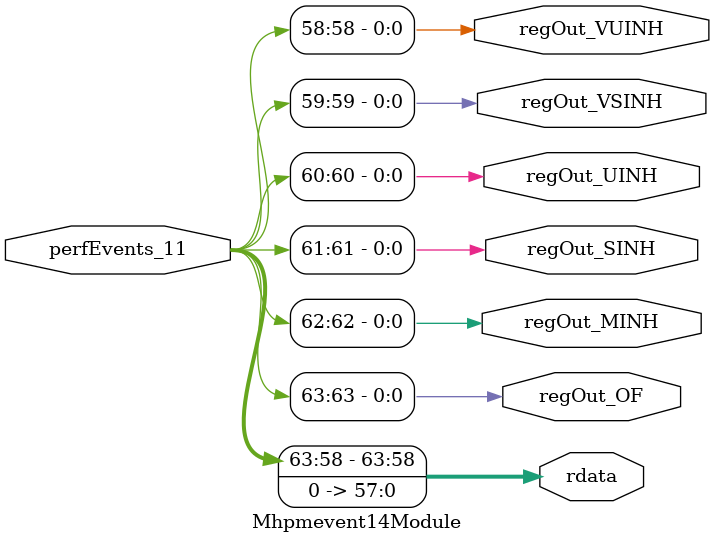
<source format=sv>
`ifndef RANDOMIZE
  `ifdef RANDOMIZE_MEM_INIT
    `define RANDOMIZE
  `endif // RANDOMIZE_MEM_INIT
`endif // not def RANDOMIZE
`ifndef RANDOMIZE
  `ifdef RANDOMIZE_REG_INIT
    `define RANDOMIZE
  `endif // RANDOMIZE_REG_INIT
`endif // not def RANDOMIZE

`ifndef RANDOM
  `define RANDOM $random
`endif // not def RANDOM

// Users can define INIT_RANDOM as general code that gets injected into the
// initializer block for modules with registers.
`ifndef INIT_RANDOM
  `define INIT_RANDOM
`endif // not def INIT_RANDOM

// If using random initialization, you can also define RANDOMIZE_DELAY to
// customize the delay used, otherwise 0.002 is used.
`ifndef RANDOMIZE_DELAY
  `define RANDOMIZE_DELAY 0.002
`endif // not def RANDOMIZE_DELAY

// Define INIT_RANDOM_PROLOG_ for use in our modules below.
`ifndef INIT_RANDOM_PROLOG_
  `ifdef RANDOMIZE
    `ifdef VERILATOR
      `define INIT_RANDOM_PROLOG_ `INIT_RANDOM
    `else  // VERILATOR
      `define INIT_RANDOM_PROLOG_ `INIT_RANDOM #`RANDOMIZE_DELAY begin end
    `endif // VERILATOR
  `else  // RANDOMIZE
    `define INIT_RANDOM_PROLOG_
  `endif // RANDOMIZE
`endif // not def INIT_RANDOM_PROLOG_

// Include register initializers in init blocks unless synthesis is set
`ifndef SYNTHESIS
  `ifndef ENABLE_INITIAL_REG_
    `define ENABLE_INITIAL_REG_
  `endif // not def ENABLE_INITIAL_REG_
`endif // not def SYNTHESIS

// Include rmemory initializers in init blocks unless synthesis is set
`ifndef SYNTHESIS
  `ifndef ENABLE_INITIAL_MEM_
    `define ENABLE_INITIAL_MEM_
  `endif // not def ENABLE_INITIAL_MEM_
`endif // not def SYNTHESIS

module Mhpmevent14Module(
  output [63:0] rdata,
  output        regOut_OF,
  output        regOut_MINH,
  output        regOut_SINH,
  output        regOut_UINH,
  output        regOut_VSINH,
  output        regOut_VUINH,
  input  [63:0] perfEvents_11
);

  assign rdata = {perfEvents_11[63:58], 58'h0};
  assign regOut_OF = perfEvents_11[63];
  assign regOut_MINH = perfEvents_11[62];
  assign regOut_SINH = perfEvents_11[61];
  assign regOut_UINH = perfEvents_11[60];
  assign regOut_VSINH = perfEvents_11[59];
  assign regOut_VUINH = perfEvents_11[58];
endmodule


</source>
